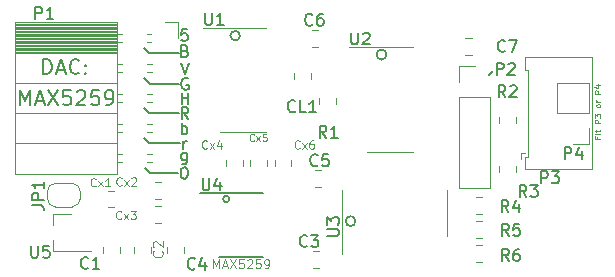
<source format=gto>
G04 #@! TF.GenerationSoftware,KiCad,Pcbnew,(5.1.4)-1*
G04 #@! TF.CreationDate,2019-12-07T17:35:06+00:00*
G04 #@! TF.ProjectId,analog,616e616c-6f67-42e6-9b69-6361645f7063,rev?*
G04 #@! TF.SameCoordinates,Original*
G04 #@! TF.FileFunction,Legend,Top*
G04 #@! TF.FilePolarity,Positive*
%FSLAX46Y46*%
G04 Gerber Fmt 4.6, Leading zero omitted, Abs format (unit mm)*
G04 Created by KiCad (PCBNEW (5.1.4)-1) date 2019-12-07 17:35:06*
%MOMM*%
%LPD*%
G04 APERTURE LIST*
%ADD10C,0.200000*%
%ADD11C,0.100000*%
%ADD12C,0.150000*%
%ADD13C,0.120000*%
G04 APERTURE END LIST*
D10*
X30084485Y-37418336D02*
X30084485Y-36168336D01*
X30382104Y-36168336D01*
X30560676Y-36227860D01*
X30679723Y-36346907D01*
X30739247Y-36465955D01*
X30798771Y-36704050D01*
X30798771Y-36882621D01*
X30739247Y-37120717D01*
X30679723Y-37239764D01*
X30560676Y-37358812D01*
X30382104Y-37418336D01*
X30084485Y-37418336D01*
X31274961Y-37061193D02*
X31870200Y-37061193D01*
X31155914Y-37418336D02*
X31572580Y-36168336D01*
X31989247Y-37418336D01*
X33120200Y-37299288D02*
X33060676Y-37358812D01*
X32882104Y-37418336D01*
X32763057Y-37418336D01*
X32584485Y-37358812D01*
X32465438Y-37239764D01*
X32405914Y-37120717D01*
X32346390Y-36882621D01*
X32346390Y-36704050D01*
X32405914Y-36465955D01*
X32465438Y-36346907D01*
X32584485Y-36227860D01*
X32763057Y-36168336D01*
X32882104Y-36168336D01*
X33060676Y-36227860D01*
X33120200Y-36287383D01*
X33655914Y-37299288D02*
X33715438Y-37358812D01*
X33655914Y-37418336D01*
X33596390Y-37358812D01*
X33655914Y-37299288D01*
X33655914Y-37418336D01*
X33655914Y-36644526D02*
X33715438Y-36704050D01*
X33655914Y-36763574D01*
X33596390Y-36704050D01*
X33655914Y-36644526D01*
X33655914Y-36763574D01*
X28106728Y-40047236D02*
X28106728Y-38797236D01*
X28523395Y-39690093D01*
X28940061Y-38797236D01*
X28940061Y-40047236D01*
X29475776Y-39690093D02*
X30071014Y-39690093D01*
X29356728Y-40047236D02*
X29773395Y-38797236D01*
X30190061Y-40047236D01*
X30487680Y-38797236D02*
X31321014Y-40047236D01*
X31321014Y-38797236D02*
X30487680Y-40047236D01*
X32392442Y-38797236D02*
X31797204Y-38797236D01*
X31737680Y-39392474D01*
X31797204Y-39332950D01*
X31916252Y-39273426D01*
X32213871Y-39273426D01*
X32332919Y-39332950D01*
X32392442Y-39392474D01*
X32451966Y-39511521D01*
X32451966Y-39809140D01*
X32392442Y-39928188D01*
X32332919Y-39987712D01*
X32213871Y-40047236D01*
X31916252Y-40047236D01*
X31797204Y-39987712D01*
X31737680Y-39928188D01*
X32928157Y-38916283D02*
X32987680Y-38856760D01*
X33106728Y-38797236D01*
X33404347Y-38797236D01*
X33523395Y-38856760D01*
X33582919Y-38916283D01*
X33642442Y-39035331D01*
X33642442Y-39154379D01*
X33582919Y-39332950D01*
X32868633Y-40047236D01*
X33642442Y-40047236D01*
X34773395Y-38797236D02*
X34178157Y-38797236D01*
X34118633Y-39392474D01*
X34178157Y-39332950D01*
X34297204Y-39273426D01*
X34594823Y-39273426D01*
X34713871Y-39332950D01*
X34773395Y-39392474D01*
X34832919Y-39511521D01*
X34832919Y-39809140D01*
X34773395Y-39928188D01*
X34713871Y-39987712D01*
X34594823Y-40047236D01*
X34297204Y-40047236D01*
X34178157Y-39987712D01*
X34118633Y-39928188D01*
X35428157Y-40047236D02*
X35666252Y-40047236D01*
X35785300Y-39987712D01*
X35844823Y-39928188D01*
X35963871Y-39749617D01*
X36023395Y-39511521D01*
X36023395Y-39035331D01*
X35963871Y-38916283D01*
X35904347Y-38856760D01*
X35785300Y-38797236D01*
X35547204Y-38797236D01*
X35428157Y-38856760D01*
X35368633Y-38916283D01*
X35309109Y-39035331D01*
X35309109Y-39332950D01*
X35368633Y-39451998D01*
X35428157Y-39511521D01*
X35547204Y-39571045D01*
X35785300Y-39571045D01*
X35904347Y-39511521D01*
X35963871Y-39451998D01*
X36023395Y-39332950D01*
D11*
X44473657Y-53854545D02*
X44473657Y-53104545D01*
X44723657Y-53640260D01*
X44973657Y-53104545D01*
X44973657Y-53854545D01*
X45295085Y-53640260D02*
X45652228Y-53640260D01*
X45223657Y-53854545D02*
X45473657Y-53104545D01*
X45723657Y-53854545D01*
X45902228Y-53104545D02*
X46402228Y-53854545D01*
X46402228Y-53104545D02*
X45902228Y-53854545D01*
X47045085Y-53104545D02*
X46687942Y-53104545D01*
X46652228Y-53461688D01*
X46687942Y-53425974D01*
X46759371Y-53390260D01*
X46937942Y-53390260D01*
X47009371Y-53425974D01*
X47045085Y-53461688D01*
X47080800Y-53533117D01*
X47080800Y-53711688D01*
X47045085Y-53783117D01*
X47009371Y-53818831D01*
X46937942Y-53854545D01*
X46759371Y-53854545D01*
X46687942Y-53818831D01*
X46652228Y-53783117D01*
X47366514Y-53175974D02*
X47402228Y-53140260D01*
X47473657Y-53104545D01*
X47652228Y-53104545D01*
X47723657Y-53140260D01*
X47759371Y-53175974D01*
X47795085Y-53247402D01*
X47795085Y-53318831D01*
X47759371Y-53425974D01*
X47330800Y-53854545D01*
X47795085Y-53854545D01*
X48473657Y-53104545D02*
X48116514Y-53104545D01*
X48080800Y-53461688D01*
X48116514Y-53425974D01*
X48187942Y-53390260D01*
X48366514Y-53390260D01*
X48437942Y-53425974D01*
X48473657Y-53461688D01*
X48509371Y-53533117D01*
X48509371Y-53711688D01*
X48473657Y-53783117D01*
X48437942Y-53818831D01*
X48366514Y-53854545D01*
X48187942Y-53854545D01*
X48116514Y-53818831D01*
X48080800Y-53783117D01*
X48866514Y-53854545D02*
X49009371Y-53854545D01*
X49080800Y-53818831D01*
X49116514Y-53783117D01*
X49187942Y-53675974D01*
X49223657Y-53533117D01*
X49223657Y-53247402D01*
X49187942Y-53175974D01*
X49152228Y-53140260D01*
X49080800Y-53104545D01*
X48937942Y-53104545D01*
X48866514Y-53140260D01*
X48830800Y-53175974D01*
X48795085Y-53247402D01*
X48795085Y-53425974D01*
X48830800Y-53497402D01*
X48866514Y-53533117D01*
X48937942Y-53568831D01*
X49080800Y-53568831D01*
X49152228Y-53533117D01*
X49187942Y-53497402D01*
X49223657Y-53425974D01*
D12*
X39083800Y-45755560D02*
X41496800Y-45755560D01*
X38702800Y-45349160D02*
X39083800Y-45755560D01*
X56520708Y-49870360D02*
G75*
G03X56520708Y-49870360I-418908J0D01*
G01*
X39541000Y-43215560D02*
X41700000Y-43215560D01*
X39617200Y-38237160D02*
X41598400Y-38237160D01*
X39566400Y-40726360D02*
X41547600Y-40726360D01*
X39058400Y-35620960D02*
X41573000Y-35620960D01*
X38626600Y-35189160D02*
X39058400Y-35620960D01*
X39033000Y-43215560D02*
X38626600Y-42809160D01*
X39541000Y-43215560D02*
X39033000Y-43215560D01*
X39058400Y-40726360D02*
X38601200Y-40269160D01*
X39566400Y-40726360D02*
X39058400Y-40726360D01*
X39134600Y-38237160D02*
X38626600Y-37729160D01*
X39617200Y-38237160D02*
X39134600Y-38237160D01*
D11*
X76995685Y-42743807D02*
X76995685Y-42910474D01*
X77257590Y-42910474D02*
X76757590Y-42910474D01*
X76757590Y-42672379D01*
X77257590Y-42481902D02*
X76924257Y-42481902D01*
X76757590Y-42481902D02*
X76781400Y-42505712D01*
X76805209Y-42481902D01*
X76781400Y-42458093D01*
X76757590Y-42481902D01*
X76805209Y-42481902D01*
X76924257Y-42315236D02*
X76924257Y-42124760D01*
X76757590Y-42243807D02*
X77186161Y-42243807D01*
X77233780Y-42219998D01*
X77257590Y-42172379D01*
X77257590Y-42124760D01*
X77257590Y-41577140D02*
X76757590Y-41577140D01*
X76757590Y-41386664D01*
X76781400Y-41339045D01*
X76805209Y-41315236D01*
X76852828Y-41291426D01*
X76924257Y-41291426D01*
X76971876Y-41315236D01*
X76995685Y-41339045D01*
X77019495Y-41386664D01*
X77019495Y-41577140D01*
X76757590Y-41124760D02*
X76757590Y-40815236D01*
X76948066Y-40981902D01*
X76948066Y-40910474D01*
X76971876Y-40862855D01*
X76995685Y-40839045D01*
X77043304Y-40815236D01*
X77162352Y-40815236D01*
X77209971Y-40839045D01*
X77233780Y-40862855D01*
X77257590Y-40910474D01*
X77257590Y-41053331D01*
X77233780Y-41100950D01*
X77209971Y-41124760D01*
X77257590Y-40148569D02*
X77233780Y-40196188D01*
X77209971Y-40219998D01*
X77162352Y-40243807D01*
X77019495Y-40243807D01*
X76971876Y-40219998D01*
X76948066Y-40196188D01*
X76924257Y-40148569D01*
X76924257Y-40077140D01*
X76948066Y-40029521D01*
X76971876Y-40005712D01*
X77019495Y-39981902D01*
X77162352Y-39981902D01*
X77209971Y-40005712D01*
X77233780Y-40029521D01*
X77257590Y-40077140D01*
X77257590Y-40148569D01*
X77257590Y-39767617D02*
X76924257Y-39767617D01*
X77019495Y-39767617D02*
X76971876Y-39743807D01*
X76948066Y-39719998D01*
X76924257Y-39672379D01*
X76924257Y-39624760D01*
X77257590Y-39077140D02*
X76757590Y-39077140D01*
X76757590Y-38886664D01*
X76781400Y-38839045D01*
X76805209Y-38815236D01*
X76852828Y-38791426D01*
X76924257Y-38791426D01*
X76971876Y-38815236D01*
X76995685Y-38839045D01*
X77019495Y-38886664D01*
X77019495Y-39077140D01*
X76924257Y-38362855D02*
X77257590Y-38362855D01*
X76733780Y-38481902D02*
X77090923Y-38600950D01*
X77090923Y-38291426D01*
D12*
X67785800Y-37475160D02*
X68141400Y-37195760D01*
X45859766Y-47996594D02*
G75*
G03X45859766Y-47996594I-273566J0D01*
G01*
X41933371Y-43794940D02*
X41933371Y-43128274D01*
X41933371Y-43318750D02*
X41980990Y-43223512D01*
X42028609Y-43175893D01*
X42123847Y-43128274D01*
X42219085Y-43128274D01*
X42365123Y-41229540D02*
X42031790Y-40753350D01*
X41793695Y-41229540D02*
X41793695Y-40229540D01*
X42174647Y-40229540D01*
X42269885Y-40277160D01*
X42317504Y-40324779D01*
X42365123Y-40420017D01*
X42365123Y-40562874D01*
X42317504Y-40658112D01*
X42269885Y-40705731D01*
X42174647Y-40753350D01*
X41793695Y-40753350D01*
X42342904Y-37787960D02*
X42247666Y-37740340D01*
X42104809Y-37740340D01*
X41961952Y-37787960D01*
X41866714Y-37883198D01*
X41819095Y-37978436D01*
X41771476Y-38168912D01*
X41771476Y-38311769D01*
X41819095Y-38502245D01*
X41866714Y-38597483D01*
X41961952Y-38692721D01*
X42104809Y-38740340D01*
X42200047Y-38740340D01*
X42342904Y-38692721D01*
X42390523Y-38645102D01*
X42390523Y-38311769D01*
X42200047Y-38311769D01*
X59136908Y-35773360D02*
G75*
G03X59136908Y-35773360I-418908J0D01*
G01*
X46729200Y-34173160D02*
G75*
G03X46729200Y-34173160I-401609J0D01*
G01*
X41969880Y-45284140D02*
X42065119Y-45284140D01*
X42160357Y-45331760D01*
X42207976Y-45379379D01*
X42255595Y-45474617D01*
X42303214Y-45665093D01*
X42303214Y-45903188D01*
X42255595Y-46093664D01*
X42207976Y-46188902D01*
X42160357Y-46236521D01*
X42065119Y-46284140D01*
X41969880Y-46284140D01*
X41874642Y-46236521D01*
X41827023Y-46188902D01*
X41779404Y-46093664D01*
X41731785Y-45903188D01*
X41731785Y-45665093D01*
X41779404Y-45474617D01*
X41827023Y-45379379D01*
X41874642Y-45331760D01*
X41969880Y-45284140D01*
X42101628Y-35447931D02*
X42244485Y-35495550D01*
X42292104Y-35543169D01*
X42339723Y-35638407D01*
X42339723Y-35781264D01*
X42292104Y-35876502D01*
X42244485Y-35924121D01*
X42149247Y-35971740D01*
X41768295Y-35971740D01*
X41768295Y-34971740D01*
X42101628Y-34971740D01*
X42196866Y-35019360D01*
X42244485Y-35066979D01*
X42292104Y-35162217D01*
X42292104Y-35257455D01*
X42244485Y-35352693D01*
X42196866Y-35400312D01*
X42101628Y-35447931D01*
X41768295Y-35447931D01*
X42244485Y-44068074D02*
X42244485Y-44877598D01*
X42196866Y-44972836D01*
X42149247Y-45020455D01*
X42054009Y-45068074D01*
X41911152Y-45068074D01*
X41815914Y-45020455D01*
X42244485Y-44687121D02*
X42149247Y-44734740D01*
X41958771Y-44734740D01*
X41863533Y-44687121D01*
X41815914Y-44639502D01*
X41768295Y-44544264D01*
X41768295Y-44258550D01*
X41815914Y-44163312D01*
X41863533Y-44115693D01*
X41958771Y-44068074D01*
X42149247Y-44068074D01*
X42244485Y-44115693D01*
X41790514Y-42524940D02*
X41790514Y-41524940D01*
X41790514Y-41905893D02*
X41885752Y-41858274D01*
X42076228Y-41858274D01*
X42171466Y-41905893D01*
X42219085Y-41953512D01*
X42266704Y-42048750D01*
X42266704Y-42334464D01*
X42219085Y-42429702D01*
X42171466Y-42477321D01*
X42076228Y-42524940D01*
X41885752Y-42524940D01*
X41790514Y-42477321D01*
X41795285Y-39984940D02*
X41795285Y-38984940D01*
X41795285Y-39461131D02*
X42366714Y-39461131D01*
X42366714Y-39984940D02*
X42366714Y-38984940D01*
X41722266Y-36444940D02*
X42055600Y-37444940D01*
X42388933Y-36444940D01*
X42268295Y-33600140D02*
X41792104Y-33600140D01*
X41744485Y-34076331D01*
X41792104Y-34028712D01*
X41887342Y-33981093D01*
X42125438Y-33981093D01*
X42220676Y-34028712D01*
X42268295Y-34076331D01*
X42315914Y-34171569D01*
X42315914Y-34409664D01*
X42268295Y-34504902D01*
X42220676Y-34552521D01*
X42125438Y-34600140D01*
X41887342Y-34600140D01*
X41792104Y-34552521D01*
X41744485Y-34504902D01*
D13*
X40094352Y-47989560D02*
X39571848Y-47989560D01*
X40094352Y-46569560D02*
X39571848Y-46569560D01*
X53594452Y-45553560D02*
X53071948Y-45553560D01*
X53594452Y-46973560D02*
X53071948Y-46973560D01*
D12*
X45001900Y-52875560D02*
X48710500Y-52875560D01*
X43331200Y-47475560D02*
X48714800Y-47475560D01*
D13*
X65287400Y-36780160D02*
X66617400Y-36780160D01*
X65287400Y-38110160D02*
X65287400Y-36780160D01*
X65287400Y-39380160D02*
X67947400Y-39380160D01*
X67947400Y-39380160D02*
X67947400Y-47060160D01*
X65287400Y-39380160D02*
X65287400Y-47060160D01*
X65287400Y-47060160D02*
X67947400Y-47060160D01*
X76253200Y-38151760D02*
X73593200Y-38151760D01*
X76253200Y-40751760D02*
X76253200Y-38151760D01*
X73593200Y-40751760D02*
X73593200Y-38151760D01*
X76253200Y-40751760D02*
X73593200Y-40751760D01*
X76253200Y-42021760D02*
X76253200Y-43351760D01*
X76253200Y-43351760D02*
X74923200Y-43351760D01*
X64245200Y-49209960D02*
X64245200Y-47259960D01*
X64245200Y-49209960D02*
X64245200Y-51159960D01*
X55375200Y-49209960D02*
X55375200Y-47259960D01*
X55375200Y-49209960D02*
X55375200Y-52659960D01*
X68676000Y-45189508D02*
X68676000Y-45712012D01*
X70096000Y-45189508D02*
X70096000Y-45712012D01*
X67234252Y-49284960D02*
X66711748Y-49284960D01*
X67234252Y-47864960D02*
X66711748Y-47864960D01*
X67234252Y-49896960D02*
X66711748Y-49896960D01*
X67234252Y-51316960D02*
X66711748Y-51316960D01*
X67234252Y-53348960D02*
X66711748Y-53348960D01*
X67234252Y-51928960D02*
X66711748Y-51928960D01*
X47034000Y-42367360D02*
X48984000Y-42367360D01*
X47034000Y-42367360D02*
X45084000Y-42367360D01*
X47034000Y-33497360D02*
X48984000Y-33497360D01*
X47034000Y-33497360D02*
X43584000Y-33497360D01*
X27723800Y-33166360D02*
X36353800Y-33166360D01*
X27723800Y-33284455D02*
X36353800Y-33284455D01*
X27723800Y-33402550D02*
X36353800Y-33402550D01*
X27723800Y-33520645D02*
X36353800Y-33520645D01*
X27723800Y-33638740D02*
X36353800Y-33638740D01*
X27723800Y-33756835D02*
X36353800Y-33756835D01*
X27723800Y-33874930D02*
X36353800Y-33874930D01*
X27723800Y-33993025D02*
X36353800Y-33993025D01*
X27723800Y-34111120D02*
X36353800Y-34111120D01*
X27723800Y-34229215D02*
X36353800Y-34229215D01*
X27723800Y-34347310D02*
X36353800Y-34347310D01*
X27723800Y-34465405D02*
X36353800Y-34465405D01*
X27723800Y-34583500D02*
X36353800Y-34583500D01*
X27723800Y-34701595D02*
X36353800Y-34701595D01*
X27723800Y-34819690D02*
X36353800Y-34819690D01*
X27723800Y-34937785D02*
X36353800Y-34937785D01*
X27723800Y-35055880D02*
X36353800Y-35055880D01*
X27723800Y-35173975D02*
X36353800Y-35173975D01*
X27723800Y-35292070D02*
X36353800Y-35292070D01*
X27723800Y-35410165D02*
X36353800Y-35410165D01*
X27723800Y-35528260D02*
X36353800Y-35528260D01*
X36353800Y-34016360D02*
X36763800Y-34016360D01*
X38863800Y-34016360D02*
X39243800Y-34016360D01*
X36353800Y-34736360D02*
X36763800Y-34736360D01*
X38863800Y-34736360D02*
X39243800Y-34736360D01*
X36353800Y-36556360D02*
X36763800Y-36556360D01*
X38863800Y-36556360D02*
X39303800Y-36556360D01*
X36353800Y-37276360D02*
X36763800Y-37276360D01*
X38863800Y-37276360D02*
X39303800Y-37276360D01*
X36353800Y-39096360D02*
X36763800Y-39096360D01*
X38863800Y-39096360D02*
X39303800Y-39096360D01*
X36353800Y-39816360D02*
X36763800Y-39816360D01*
X38863800Y-39816360D02*
X39303800Y-39816360D01*
X36353800Y-41636360D02*
X36763800Y-41636360D01*
X38863800Y-41636360D02*
X39303800Y-41636360D01*
X36353800Y-42356360D02*
X36763800Y-42356360D01*
X38863800Y-42356360D02*
X39303800Y-42356360D01*
X36353800Y-44176360D02*
X36763800Y-44176360D01*
X38863800Y-44176360D02*
X39303800Y-44176360D01*
X36353800Y-44896360D02*
X36763800Y-44896360D01*
X38863800Y-44896360D02*
X39303800Y-44896360D01*
X27723800Y-35646360D02*
X36353800Y-35646360D01*
X27723800Y-38186360D02*
X36353800Y-38186360D01*
X27723800Y-40726360D02*
X36353800Y-40726360D01*
X27723800Y-43266360D02*
X36353800Y-43266360D01*
X27723800Y-33046360D02*
X36353800Y-33046360D01*
X36353800Y-33046360D02*
X36353800Y-45866360D01*
X27723800Y-45866360D02*
X36353800Y-45866360D01*
X27723800Y-33046360D02*
X27723800Y-45866360D01*
X41463800Y-33046360D02*
X41463800Y-34376360D01*
X40353800Y-33046360D02*
X41463800Y-33046360D01*
X65822748Y-35797560D02*
X66345252Y-35797560D01*
X65822748Y-34377560D02*
X66345252Y-34377560D01*
X39171500Y-52022108D02*
X39171500Y-52544612D01*
X37751500Y-52022108D02*
X37751500Y-52544612D01*
X36580700Y-52544612D02*
X36580700Y-52022108D01*
X35160700Y-52544612D02*
X35160700Y-52022108D01*
X30932400Y-49230160D02*
X30932400Y-50160160D01*
X30932400Y-52390160D02*
X30932400Y-51460160D01*
X30932400Y-52390160D02*
X34092400Y-52390160D01*
X30932400Y-49230160D02*
X32392400Y-49230160D01*
X32519400Y-46660560D02*
G75*
G02X33219400Y-47360560I0J-700000D01*
G01*
X33219400Y-47960560D02*
G75*
G02X32519400Y-48660560I-700000J0D01*
G01*
X31119400Y-48660560D02*
G75*
G02X30419400Y-47960560I0J700000D01*
G01*
X30419400Y-47360560D02*
G75*
G02X31119400Y-46660560I700000J0D01*
G01*
X30419400Y-47960560D02*
X30419400Y-47360560D01*
X32519400Y-48660560D02*
X31119400Y-48660560D01*
X33219400Y-47360560D02*
X33219400Y-47960560D01*
X31119400Y-46660560D02*
X32519400Y-46660560D01*
X52919548Y-53856960D02*
X53442052Y-53856960D01*
X52919548Y-52436960D02*
X53442052Y-52436960D01*
X52773200Y-37349908D02*
X52773200Y-37872412D01*
X51353200Y-37349908D02*
X51353200Y-37872412D01*
X42003600Y-52022108D02*
X42003600Y-52544612D01*
X40583600Y-52022108D02*
X40583600Y-52544612D01*
X70121400Y-41074708D02*
X70121400Y-41597212D01*
X68701400Y-41074708D02*
X68701400Y-41597212D01*
X52856048Y-33704460D02*
X53378552Y-33704460D01*
X52856048Y-35124460D02*
X53378552Y-35124460D01*
X54881400Y-39423708D02*
X54881400Y-39946212D01*
X53461400Y-39423708D02*
X53461400Y-39946212D01*
X59429200Y-44018360D02*
X61379200Y-44018360D01*
X59429200Y-44018360D02*
X57479200Y-44018360D01*
X59429200Y-35148360D02*
X61379200Y-35148360D01*
X59429200Y-35148360D02*
X55979200Y-35148360D01*
X40081652Y-48576160D02*
X39559148Y-48576160D01*
X40081652Y-49996160D02*
X39559148Y-49996160D01*
X49676800Y-45187612D02*
X49676800Y-44665108D01*
X51096800Y-45187612D02*
X51096800Y-44665108D01*
X49039400Y-45204012D02*
X49039400Y-44681508D01*
X47619400Y-45204012D02*
X47619400Y-44681508D01*
X35571348Y-47280760D02*
X36093852Y-47280760D01*
X35571348Y-48700760D02*
X36093852Y-48700760D01*
X45536600Y-45178612D02*
X45536600Y-44656108D01*
X46956600Y-45178612D02*
X46956600Y-44656108D01*
X70852200Y-44116760D02*
X70552200Y-44116760D01*
X70552200Y-44116760D02*
X70552200Y-44616760D01*
X71142200Y-40741760D02*
X71142200Y-44406760D01*
X71142200Y-44406760D02*
X70842200Y-44406760D01*
X70842200Y-44406760D02*
X70842200Y-45476760D01*
X70842200Y-45476760D02*
X76562200Y-45476760D01*
X76562200Y-45476760D02*
X76562200Y-40741760D01*
X71142200Y-40741760D02*
X71142200Y-37076760D01*
X71142200Y-37076760D02*
X70842200Y-37076760D01*
X70842200Y-37076760D02*
X70842200Y-36006760D01*
X70842200Y-36006760D02*
X76562200Y-36006760D01*
X76562200Y-36006760D02*
X76562200Y-40741760D01*
D11*
X36715300Y-46792960D02*
X36681966Y-46826293D01*
X36581966Y-46859626D01*
X36515300Y-46859626D01*
X36415300Y-46826293D01*
X36348633Y-46759626D01*
X36315300Y-46692960D01*
X36281966Y-46559626D01*
X36281966Y-46459626D01*
X36315300Y-46326293D01*
X36348633Y-46259626D01*
X36415300Y-46192960D01*
X36515300Y-46159626D01*
X36581966Y-46159626D01*
X36681966Y-46192960D01*
X36715300Y-46226293D01*
X36948633Y-46859626D02*
X37315300Y-46392960D01*
X36948633Y-46392960D02*
X37315300Y-46859626D01*
X37548633Y-46226293D02*
X37581966Y-46192960D01*
X37648633Y-46159626D01*
X37815300Y-46159626D01*
X37881966Y-46192960D01*
X37915300Y-46226293D01*
X37948633Y-46292960D01*
X37948633Y-46359626D01*
X37915300Y-46459626D01*
X37515300Y-46859626D01*
X37948633Y-46859626D01*
D12*
X53318933Y-45122102D02*
X53271314Y-45169721D01*
X53128457Y-45217340D01*
X53033219Y-45217340D01*
X52890361Y-45169721D01*
X52795123Y-45074483D01*
X52747504Y-44979245D01*
X52699885Y-44788769D01*
X52699885Y-44645912D01*
X52747504Y-44455436D01*
X52795123Y-44360198D01*
X52890361Y-44264960D01*
X53033219Y-44217340D01*
X53128457Y-44217340D01*
X53271314Y-44264960D01*
X53318933Y-44312579D01*
X54223695Y-44217340D02*
X53747504Y-44217340D01*
X53699885Y-44693531D01*
X53747504Y-44645912D01*
X53842742Y-44598293D01*
X54080838Y-44598293D01*
X54176076Y-44645912D01*
X54223695Y-44693531D01*
X54271314Y-44788769D01*
X54271314Y-45026864D01*
X54223695Y-45122102D01*
X54176076Y-45169721D01*
X54080838Y-45217340D01*
X53842742Y-45217340D01*
X53747504Y-45169721D01*
X53699885Y-45122102D01*
X43579695Y-46249340D02*
X43579695Y-47058864D01*
X43627314Y-47154102D01*
X43674933Y-47201721D01*
X43770171Y-47249340D01*
X43960647Y-47249340D01*
X44055885Y-47201721D01*
X44103504Y-47154102D01*
X44151123Y-47058864D01*
X44151123Y-46249340D01*
X45055885Y-46582674D02*
X45055885Y-47249340D01*
X44817790Y-46201721D02*
X44579695Y-46916007D01*
X45198742Y-46916007D01*
X68482804Y-37495740D02*
X68482804Y-36495740D01*
X68863757Y-36495740D01*
X68958995Y-36543360D01*
X69006614Y-36590979D01*
X69054233Y-36686217D01*
X69054233Y-36829074D01*
X69006614Y-36924312D01*
X68958995Y-36971931D01*
X68863757Y-37019550D01*
X68482804Y-37019550D01*
X69435185Y-36590979D02*
X69482804Y-36543360D01*
X69578042Y-36495740D01*
X69816138Y-36495740D01*
X69911376Y-36543360D01*
X69958995Y-36590979D01*
X70006614Y-36686217D01*
X70006614Y-36781455D01*
X69958995Y-36924312D01*
X69387566Y-37495740D01*
X70006614Y-37495740D01*
X74235904Y-44607740D02*
X74235904Y-43607740D01*
X74616857Y-43607740D01*
X74712095Y-43655360D01*
X74759714Y-43702979D01*
X74807333Y-43798217D01*
X74807333Y-43941074D01*
X74759714Y-44036312D01*
X74712095Y-44083931D01*
X74616857Y-44131550D01*
X74235904Y-44131550D01*
X75664476Y-43941074D02*
X75664476Y-44607740D01*
X75426380Y-43560121D02*
X75188285Y-44274407D01*
X75807333Y-44274407D01*
X54106380Y-51114864D02*
X54915904Y-51114864D01*
X55011142Y-51067245D01*
X55058761Y-51019626D01*
X55106380Y-50924388D01*
X55106380Y-50733912D01*
X55058761Y-50638674D01*
X55011142Y-50591055D01*
X54915904Y-50543436D01*
X54106380Y-50543436D01*
X54106380Y-50162483D02*
X54106380Y-49543436D01*
X54487333Y-49876769D01*
X54487333Y-49733912D01*
X54534952Y-49638674D01*
X54582571Y-49591055D01*
X54677809Y-49543436D01*
X54915904Y-49543436D01*
X55011142Y-49591055D01*
X55058761Y-49638674D01*
X55106380Y-49733912D01*
X55106380Y-50019626D01*
X55058761Y-50114864D01*
X55011142Y-50162483D01*
X70997333Y-47808140D02*
X70664000Y-47331950D01*
X70425904Y-47808140D02*
X70425904Y-46808140D01*
X70806857Y-46808140D01*
X70902095Y-46855760D01*
X70949714Y-46903379D01*
X70997333Y-46998617D01*
X70997333Y-47141474D01*
X70949714Y-47236712D01*
X70902095Y-47284331D01*
X70806857Y-47331950D01*
X70425904Y-47331950D01*
X71330666Y-46808140D02*
X71949714Y-46808140D01*
X71616380Y-47189093D01*
X71759238Y-47189093D01*
X71854476Y-47236712D01*
X71902095Y-47284331D01*
X71949714Y-47379569D01*
X71949714Y-47617664D01*
X71902095Y-47712902D01*
X71854476Y-47760521D01*
X71759238Y-47808140D01*
X71473523Y-47808140D01*
X71378285Y-47760521D01*
X71330666Y-47712902D01*
X69473333Y-49103540D02*
X69140000Y-48627350D01*
X68901904Y-49103540D02*
X68901904Y-48103540D01*
X69282857Y-48103540D01*
X69378095Y-48151160D01*
X69425714Y-48198779D01*
X69473333Y-48294017D01*
X69473333Y-48436874D01*
X69425714Y-48532112D01*
X69378095Y-48579731D01*
X69282857Y-48627350D01*
X68901904Y-48627350D01*
X70330476Y-48436874D02*
X70330476Y-49103540D01*
X70092380Y-48055921D02*
X69854285Y-48770207D01*
X70473333Y-48770207D01*
X69498733Y-51110140D02*
X69165400Y-50633950D01*
X68927304Y-51110140D02*
X68927304Y-50110140D01*
X69308257Y-50110140D01*
X69403495Y-50157760D01*
X69451114Y-50205379D01*
X69498733Y-50300617D01*
X69498733Y-50443474D01*
X69451114Y-50538712D01*
X69403495Y-50586331D01*
X69308257Y-50633950D01*
X68927304Y-50633950D01*
X70403495Y-50110140D02*
X69927304Y-50110140D01*
X69879685Y-50586331D01*
X69927304Y-50538712D01*
X70022542Y-50491093D01*
X70260638Y-50491093D01*
X70355876Y-50538712D01*
X70403495Y-50586331D01*
X70451114Y-50681569D01*
X70451114Y-50919664D01*
X70403495Y-51014902D01*
X70355876Y-51062521D01*
X70260638Y-51110140D01*
X70022542Y-51110140D01*
X69927304Y-51062521D01*
X69879685Y-51014902D01*
X69498733Y-53243740D02*
X69165400Y-52767550D01*
X68927304Y-53243740D02*
X68927304Y-52243740D01*
X69308257Y-52243740D01*
X69403495Y-52291360D01*
X69451114Y-52338979D01*
X69498733Y-52434217D01*
X69498733Y-52577074D01*
X69451114Y-52672312D01*
X69403495Y-52719931D01*
X69308257Y-52767550D01*
X68927304Y-52767550D01*
X70355876Y-52243740D02*
X70165400Y-52243740D01*
X70070161Y-52291360D01*
X70022542Y-52338979D01*
X69927304Y-52481836D01*
X69879685Y-52672312D01*
X69879685Y-53053264D01*
X69927304Y-53148502D01*
X69974923Y-53196121D01*
X70070161Y-53243740D01*
X70260638Y-53243740D01*
X70355876Y-53196121D01*
X70403495Y-53148502D01*
X70451114Y-53053264D01*
X70451114Y-52815169D01*
X70403495Y-52719931D01*
X70355876Y-52672312D01*
X70260638Y-52624693D01*
X70070161Y-52624693D01*
X69974923Y-52672312D01*
X69927304Y-52719931D01*
X69879685Y-52815169D01*
X43782895Y-32253940D02*
X43782895Y-33063464D01*
X43830514Y-33158702D01*
X43878133Y-33206321D01*
X43973371Y-33253940D01*
X44163847Y-33253940D01*
X44259085Y-33206321D01*
X44306704Y-33158702D01*
X44354323Y-33063464D01*
X44354323Y-32253940D01*
X45354323Y-33253940D02*
X44782895Y-33253940D01*
X45068609Y-33253940D02*
X45068609Y-32253940D01*
X44973371Y-32396798D01*
X44878133Y-32492036D01*
X44782895Y-32539655D01*
X29417604Y-32745940D02*
X29417604Y-31745940D01*
X29798557Y-31745940D01*
X29893795Y-31793560D01*
X29941414Y-31841179D01*
X29989033Y-31936417D01*
X29989033Y-32079274D01*
X29941414Y-32174512D01*
X29893795Y-32222131D01*
X29798557Y-32269750D01*
X29417604Y-32269750D01*
X30941414Y-32745940D02*
X30369985Y-32745940D01*
X30655700Y-32745940D02*
X30655700Y-31745940D01*
X30560461Y-31888798D01*
X30465223Y-31984036D01*
X30369985Y-32031655D01*
X69168533Y-35444702D02*
X69120914Y-35492321D01*
X68978057Y-35539940D01*
X68882819Y-35539940D01*
X68739961Y-35492321D01*
X68644723Y-35397083D01*
X68597104Y-35301845D01*
X68549485Y-35111369D01*
X68549485Y-34968512D01*
X68597104Y-34778036D01*
X68644723Y-34682798D01*
X68739961Y-34587560D01*
X68882819Y-34539940D01*
X68978057Y-34539940D01*
X69120914Y-34587560D01*
X69168533Y-34635179D01*
X69501866Y-34539940D02*
X70168533Y-34539940D01*
X69739961Y-35539940D01*
D13*
X40136671Y-52386926D02*
X40177147Y-52427402D01*
X40217623Y-52548831D01*
X40217623Y-52629783D01*
X40177147Y-52751212D01*
X40096195Y-52832164D01*
X40015242Y-52872640D01*
X39853338Y-52913117D01*
X39731909Y-52913117D01*
X39570004Y-52872640D01*
X39489052Y-52832164D01*
X39408100Y-52751212D01*
X39367623Y-52629783D01*
X39367623Y-52548831D01*
X39408100Y-52427402D01*
X39448576Y-52386926D01*
X39448576Y-52063117D02*
X39408100Y-52022640D01*
X39367623Y-51941688D01*
X39367623Y-51739307D01*
X39408100Y-51658355D01*
X39448576Y-51617879D01*
X39529528Y-51577402D01*
X39610480Y-51577402D01*
X39731909Y-51617879D01*
X40217623Y-52103593D01*
X40217623Y-51577402D01*
D12*
X33887933Y-53821602D02*
X33840314Y-53869221D01*
X33697457Y-53916840D01*
X33602219Y-53916840D01*
X33459361Y-53869221D01*
X33364123Y-53773983D01*
X33316504Y-53678745D01*
X33268885Y-53488269D01*
X33268885Y-53345412D01*
X33316504Y-53154936D01*
X33364123Y-53059698D01*
X33459361Y-52964460D01*
X33602219Y-52916840D01*
X33697457Y-52916840D01*
X33840314Y-52964460D01*
X33887933Y-53012079D01*
X34840314Y-53916840D02*
X34268885Y-53916840D01*
X34554600Y-53916840D02*
X34554600Y-52916840D01*
X34459361Y-53059698D01*
X34364123Y-53154936D01*
X34268885Y-53202555D01*
X29050895Y-51964340D02*
X29050895Y-52773864D01*
X29098514Y-52869102D01*
X29146133Y-52916721D01*
X29241371Y-52964340D01*
X29431847Y-52964340D01*
X29527085Y-52916721D01*
X29574704Y-52869102D01*
X29622323Y-52773864D01*
X29622323Y-51964340D01*
X30574704Y-51964340D02*
X30098514Y-51964340D01*
X30050895Y-52440531D01*
X30098514Y-52392912D01*
X30193752Y-52345293D01*
X30431847Y-52345293D01*
X30527085Y-52392912D01*
X30574704Y-52440531D01*
X30622323Y-52535769D01*
X30622323Y-52773864D01*
X30574704Y-52869102D01*
X30527085Y-52916721D01*
X30431847Y-52964340D01*
X30193752Y-52964340D01*
X30098514Y-52916721D01*
X30050895Y-52869102D01*
X29138180Y-48519293D02*
X29852466Y-48519293D01*
X29995323Y-48566912D01*
X30090561Y-48662150D01*
X30138180Y-48805007D01*
X30138180Y-48900245D01*
X30138180Y-48043102D02*
X29138180Y-48043102D01*
X29138180Y-47662150D01*
X29185800Y-47566912D01*
X29233419Y-47519293D01*
X29328657Y-47471674D01*
X29471514Y-47471674D01*
X29566752Y-47519293D01*
X29614371Y-47566912D01*
X29661990Y-47662150D01*
X29661990Y-48043102D01*
X30138180Y-46519293D02*
X30138180Y-47090721D01*
X30138180Y-46805007D02*
X29138180Y-46805007D01*
X29281038Y-46900245D01*
X29376276Y-46995483D01*
X29423895Y-47090721D01*
X52429933Y-51954702D02*
X52382314Y-52002321D01*
X52239457Y-52049940D01*
X52144219Y-52049940D01*
X52001361Y-52002321D01*
X51906123Y-51907083D01*
X51858504Y-51811845D01*
X51810885Y-51621369D01*
X51810885Y-51478512D01*
X51858504Y-51288036D01*
X51906123Y-51192798D01*
X52001361Y-51097560D01*
X52144219Y-51049940D01*
X52239457Y-51049940D01*
X52382314Y-51097560D01*
X52429933Y-51145179D01*
X52763266Y-51049940D02*
X53382314Y-51049940D01*
X53048980Y-51430893D01*
X53191838Y-51430893D01*
X53287076Y-51478512D01*
X53334695Y-51526131D01*
X53382314Y-51621369D01*
X53382314Y-51859464D01*
X53334695Y-51954702D01*
X53287076Y-52002321D01*
X53191838Y-52049940D01*
X52906123Y-52049940D01*
X52810885Y-52002321D01*
X52763266Y-51954702D01*
X51415571Y-40550102D02*
X51367952Y-40597721D01*
X51225095Y-40645340D01*
X51129857Y-40645340D01*
X50987000Y-40597721D01*
X50891761Y-40502483D01*
X50844142Y-40407245D01*
X50796523Y-40216769D01*
X50796523Y-40073912D01*
X50844142Y-39883436D01*
X50891761Y-39788198D01*
X50987000Y-39692960D01*
X51129857Y-39645340D01*
X51225095Y-39645340D01*
X51367952Y-39692960D01*
X51415571Y-39740579D01*
X52320333Y-40645340D02*
X51844142Y-40645340D01*
X51844142Y-39645340D01*
X53177476Y-40645340D02*
X52606047Y-40645340D01*
X52891761Y-40645340D02*
X52891761Y-39645340D01*
X52796523Y-39788198D01*
X52701285Y-39883436D01*
X52606047Y-39931055D01*
X42930333Y-53872402D02*
X42882714Y-53920021D01*
X42739857Y-53967640D01*
X42644619Y-53967640D01*
X42501761Y-53920021D01*
X42406523Y-53824783D01*
X42358904Y-53729545D01*
X42311285Y-53539069D01*
X42311285Y-53396212D01*
X42358904Y-53205736D01*
X42406523Y-53110498D01*
X42501761Y-53015260D01*
X42644619Y-52967640D01*
X42739857Y-52967640D01*
X42882714Y-53015260D01*
X42930333Y-53062879D01*
X43787476Y-53300974D02*
X43787476Y-53967640D01*
X43549380Y-52920021D02*
X43311285Y-53634307D01*
X43930333Y-53634307D01*
X69219333Y-39375340D02*
X68886000Y-38899150D01*
X68647904Y-39375340D02*
X68647904Y-38375340D01*
X69028857Y-38375340D01*
X69124095Y-38422960D01*
X69171714Y-38470579D01*
X69219333Y-38565817D01*
X69219333Y-38708674D01*
X69171714Y-38803912D01*
X69124095Y-38851531D01*
X69028857Y-38899150D01*
X68647904Y-38899150D01*
X69600285Y-38470579D02*
X69647904Y-38422960D01*
X69743142Y-38375340D01*
X69981238Y-38375340D01*
X70076476Y-38422960D01*
X70124095Y-38470579D01*
X70171714Y-38565817D01*
X70171714Y-38661055D01*
X70124095Y-38803912D01*
X69552666Y-39375340D01*
X70171714Y-39375340D01*
X52874433Y-33222202D02*
X52826814Y-33269821D01*
X52683957Y-33317440D01*
X52588719Y-33317440D01*
X52445861Y-33269821D01*
X52350623Y-33174583D01*
X52303004Y-33079345D01*
X52255385Y-32888869D01*
X52255385Y-32746012D01*
X52303004Y-32555536D01*
X52350623Y-32460298D01*
X52445861Y-32365060D01*
X52588719Y-32317440D01*
X52683957Y-32317440D01*
X52826814Y-32365060D01*
X52874433Y-32412679D01*
X53731576Y-32317440D02*
X53541100Y-32317440D01*
X53445861Y-32365060D01*
X53398242Y-32412679D01*
X53303004Y-32555536D01*
X53255385Y-32746012D01*
X53255385Y-33126964D01*
X53303004Y-33222202D01*
X53350623Y-33269821D01*
X53445861Y-33317440D01*
X53636338Y-33317440D01*
X53731576Y-33269821D01*
X53779195Y-33222202D01*
X53826814Y-33126964D01*
X53826814Y-32888869D01*
X53779195Y-32793631D01*
X53731576Y-32746012D01*
X53636338Y-32698393D01*
X53445861Y-32698393D01*
X53350623Y-32746012D01*
X53303004Y-32793631D01*
X53255385Y-32888869D01*
X54055533Y-42804340D02*
X53722200Y-42328150D01*
X53484104Y-42804340D02*
X53484104Y-41804340D01*
X53865057Y-41804340D01*
X53960295Y-41851960D01*
X54007914Y-41899579D01*
X54055533Y-41994817D01*
X54055533Y-42137674D01*
X54007914Y-42232912D01*
X53960295Y-42280531D01*
X53865057Y-42328150D01*
X53484104Y-42328150D01*
X55007914Y-42804340D02*
X54436485Y-42804340D01*
X54722200Y-42804340D02*
X54722200Y-41804340D01*
X54626961Y-41947198D01*
X54531723Y-42042436D01*
X54436485Y-42090055D01*
X56152695Y-33904940D02*
X56152695Y-34714464D01*
X56200314Y-34809702D01*
X56247933Y-34857321D01*
X56343171Y-34904940D01*
X56533647Y-34904940D01*
X56628885Y-34857321D01*
X56676504Y-34809702D01*
X56724123Y-34714464D01*
X56724123Y-33904940D01*
X57152695Y-34000179D02*
X57200314Y-33952560D01*
X57295552Y-33904940D01*
X57533647Y-33904940D01*
X57628885Y-33952560D01*
X57676504Y-34000179D01*
X57724123Y-34095417D01*
X57724123Y-34190655D01*
X57676504Y-34333512D01*
X57105076Y-34904940D01*
X57724123Y-34904940D01*
D11*
X36677200Y-49637760D02*
X36643866Y-49671093D01*
X36543866Y-49704426D01*
X36477200Y-49704426D01*
X36377200Y-49671093D01*
X36310533Y-49604426D01*
X36277200Y-49537760D01*
X36243866Y-49404426D01*
X36243866Y-49304426D01*
X36277200Y-49171093D01*
X36310533Y-49104426D01*
X36377200Y-49037760D01*
X36477200Y-49004426D01*
X36543866Y-49004426D01*
X36643866Y-49037760D01*
X36677200Y-49071093D01*
X36910533Y-49704426D02*
X37277200Y-49237760D01*
X36910533Y-49237760D02*
X37277200Y-49704426D01*
X37477200Y-49004426D02*
X37910533Y-49004426D01*
X37677200Y-49271093D01*
X37777200Y-49271093D01*
X37843866Y-49304426D01*
X37877200Y-49337760D01*
X37910533Y-49404426D01*
X37910533Y-49571093D01*
X37877200Y-49637760D01*
X37843866Y-49671093D01*
X37777200Y-49704426D01*
X37577200Y-49704426D01*
X37510533Y-49671093D01*
X37477200Y-49637760D01*
X51790200Y-43668760D02*
X51756866Y-43702093D01*
X51656866Y-43735426D01*
X51590200Y-43735426D01*
X51490200Y-43702093D01*
X51423533Y-43635426D01*
X51390200Y-43568760D01*
X51356866Y-43435426D01*
X51356866Y-43335426D01*
X51390200Y-43202093D01*
X51423533Y-43135426D01*
X51490200Y-43068760D01*
X51590200Y-43035426D01*
X51656866Y-43035426D01*
X51756866Y-43068760D01*
X51790200Y-43102093D01*
X52023533Y-43735426D02*
X52390200Y-43268760D01*
X52023533Y-43268760D02*
X52390200Y-43735426D01*
X52956866Y-43035426D02*
X52823533Y-43035426D01*
X52756866Y-43068760D01*
X52723533Y-43102093D01*
X52656866Y-43202093D01*
X52623533Y-43335426D01*
X52623533Y-43602093D01*
X52656866Y-43668760D01*
X52690200Y-43702093D01*
X52756866Y-43735426D01*
X52890200Y-43735426D01*
X52956866Y-43702093D01*
X52990200Y-43668760D01*
X53023533Y-43602093D01*
X53023533Y-43435426D01*
X52990200Y-43368760D01*
X52956866Y-43335426D01*
X52890200Y-43302093D01*
X52756866Y-43302093D01*
X52690200Y-43335426D01*
X52656866Y-43368760D01*
X52623533Y-43435426D01*
X47935742Y-43023445D02*
X47907171Y-43052017D01*
X47821457Y-43080588D01*
X47764314Y-43080588D01*
X47678600Y-43052017D01*
X47621457Y-42994874D01*
X47592885Y-42937731D01*
X47564314Y-42823445D01*
X47564314Y-42737731D01*
X47592885Y-42623445D01*
X47621457Y-42566302D01*
X47678600Y-42509160D01*
X47764314Y-42480588D01*
X47821457Y-42480588D01*
X47907171Y-42509160D01*
X47935742Y-42537731D01*
X48135742Y-43080588D02*
X48450028Y-42680588D01*
X48135742Y-42680588D02*
X48450028Y-43080588D01*
X48964314Y-42480588D02*
X48678600Y-42480588D01*
X48650028Y-42766302D01*
X48678600Y-42737731D01*
X48735742Y-42709160D01*
X48878600Y-42709160D01*
X48935742Y-42737731D01*
X48964314Y-42766302D01*
X48992885Y-42823445D01*
X48992885Y-42966302D01*
X48964314Y-43023445D01*
X48935742Y-43052017D01*
X48878600Y-43080588D01*
X48735742Y-43080588D01*
X48678600Y-43052017D01*
X48650028Y-43023445D01*
X34518200Y-46869160D02*
X34484866Y-46902493D01*
X34384866Y-46935826D01*
X34318200Y-46935826D01*
X34218200Y-46902493D01*
X34151533Y-46835826D01*
X34118200Y-46769160D01*
X34084866Y-46635826D01*
X34084866Y-46535826D01*
X34118200Y-46402493D01*
X34151533Y-46335826D01*
X34218200Y-46269160D01*
X34318200Y-46235826D01*
X34384866Y-46235826D01*
X34484866Y-46269160D01*
X34518200Y-46302493D01*
X34751533Y-46935826D02*
X35118200Y-46469160D01*
X34751533Y-46469160D02*
X35118200Y-46935826D01*
X35751533Y-46935826D02*
X35351533Y-46935826D01*
X35551533Y-46935826D02*
X35551533Y-46235826D01*
X35484866Y-46335826D01*
X35418200Y-46402493D01*
X35351533Y-46435826D01*
X43941600Y-43668760D02*
X43908266Y-43702093D01*
X43808266Y-43735426D01*
X43741600Y-43735426D01*
X43641600Y-43702093D01*
X43574933Y-43635426D01*
X43541600Y-43568760D01*
X43508266Y-43435426D01*
X43508266Y-43335426D01*
X43541600Y-43202093D01*
X43574933Y-43135426D01*
X43641600Y-43068760D01*
X43741600Y-43035426D01*
X43808266Y-43035426D01*
X43908266Y-43068760D01*
X43941600Y-43102093D01*
X44174933Y-43735426D02*
X44541600Y-43268760D01*
X44174933Y-43268760D02*
X44541600Y-43735426D01*
X45108266Y-43268760D02*
X45108266Y-43735426D01*
X44941600Y-43002093D02*
X44774933Y-43502093D01*
X45208266Y-43502093D01*
D12*
X72229304Y-46665140D02*
X72229304Y-45665140D01*
X72610257Y-45665140D01*
X72705495Y-45712760D01*
X72753114Y-45760379D01*
X72800733Y-45855617D01*
X72800733Y-45998474D01*
X72753114Y-46093712D01*
X72705495Y-46141331D01*
X72610257Y-46188950D01*
X72229304Y-46188950D01*
X73134066Y-45665140D02*
X73753114Y-45665140D01*
X73419780Y-46046093D01*
X73562638Y-46046093D01*
X73657876Y-46093712D01*
X73705495Y-46141331D01*
X73753114Y-46236569D01*
X73753114Y-46474664D01*
X73705495Y-46569902D01*
X73657876Y-46617521D01*
X73562638Y-46665140D01*
X73276923Y-46665140D01*
X73181685Y-46617521D01*
X73134066Y-46569902D01*
M02*

</source>
